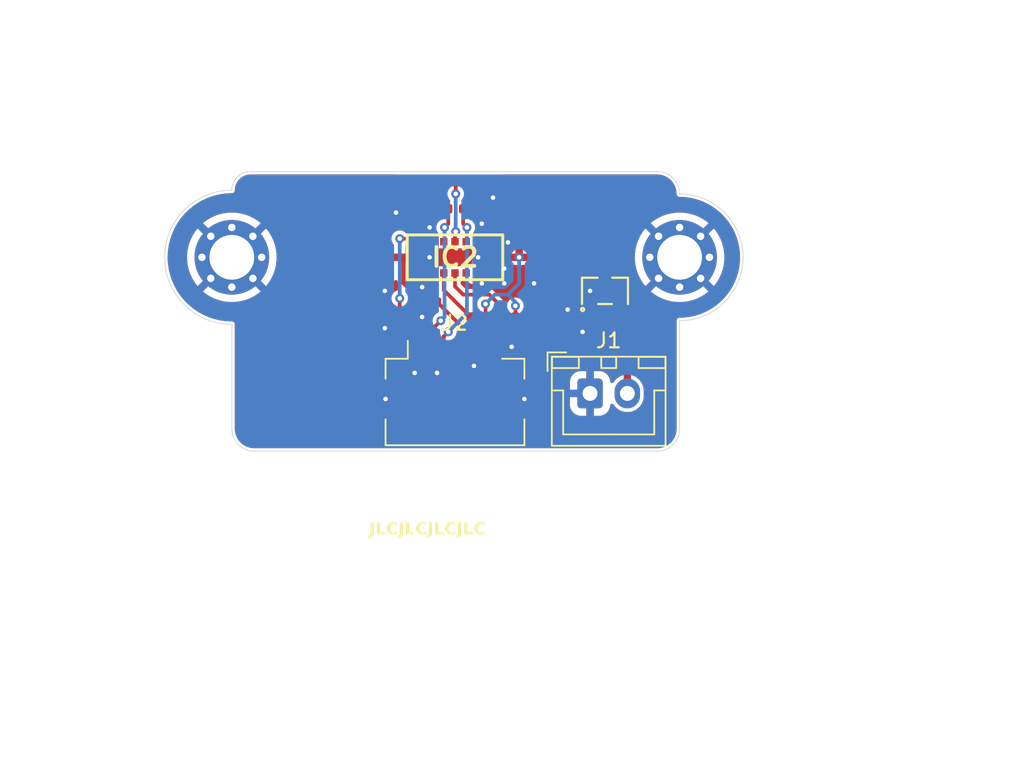
<source format=kicad_pcb>
(kicad_pcb (version 20241229) (generator "pcbnew") (generator_version "9.0")
  (layers (0 "F.Cu" signal) (4 "In1.Cu" signal) (6 "In2.Cu" signal) (2 "B.Cu" signal) (13 "F.Paste" user) (15 "B.Paste" user) (5 "F.SilkS" user "F.Silkscreen") (7 "B.SilkS" user "B.Silkscreen") (1 "F.Mask" user) (3 "B.Mask" user) (25 "Edge.Cuts" user))
  (net 0 "")
  (net 1 "GND")
  (net 2 "Net-(IC2-LPN)")
  (net 3 "+3V3")
  (net 4 "+5V")
  (net 5 "Net-(IC2-INT)")
  (net 6 "Net-(IC2-SDA)")
  (net 7 "Net-(IC2-RSVD6)")
  (net 9 "Net-(IC2-SCL)")
  (net 10 "Net-(IC2-GND_1)")
  (footprint "PCM_JLCPCB:R_0402" (layer "F.Cu") (at 131 38.749998 180)
    (property "Reference" "R8" (hide yes))
    (property "Value" "47kΩ" (hide yes))
    (pad "1" smd roundrect (at -0.5 -0.000002 180) (size 0.56 0.62) (layers "F.Cu" "F.Mask" "F.Paste") (net 3 "+3V3"))
    (pad "2" smd roundrect (at 0.5 0.000002 180) (size 0.56 0.62) (layers "F.Cu" "F.Mask" "F.Paste") (net 2 "Net-(IC2-LPN)"))
  )
  (footprint "PCM_JLCPCB:C_0603" (layer "F.Cu") (at 127.25 38 -90)
    (property "Reference" "C4" (hide yes))
    (property "Value" "4.7uF")
    (pad "1" smd roundrect (at -0.779999 0 270) (size 0.9 0.95) (layers "F.Cu" "F.Mask" "F.Paste") (net 3 "+3V3"))
    (pad "2" smd roundrect (at 0.779999 0 270) (size 0.9 0.95) (layers "F.Cu" "F.Mask" "F.Paste") (net 1 "GND"))
  )
  (footprint "PCM_JLCPCB:C_0603" (layer "F.Cu") (at 137.5 43.5 -90)
    (property "Reference" "C3" (hide yes))
    (property "Value" "10uF")
    (pad "1" smd roundrect (at -0.779999 0 270) (size 0.9 0.95) (layers "F.Cu" "F.Mask" "F.Paste") (net 3 "+3V3"))
    (pad "2" smd roundrect (at 0.779999 0 270) (size 0.9 0.95) (layers "F.Cu" "F.Mask" "F.Paste") (net 1 "GND"))
  )
  (footprint "PCM_JLCPCB:C_0402" (layer "F.Cu") (at 136.25 43.25 -90)
    (property "Reference" "C2" (hide yes))
    (property "Value" "1uF")
    (pad "1" smd roundrect (at -0.5 0.000002 270) (size 0.56 0.62) (layers "F.Cu" "F.Mask" "F.Paste") (net 3 "+3V3"))
    (pad "2" smd roundrect (at 0.5 -0.000002 270) (size 0.56 0.62) (layers "F.Cu" "F.Mask" "F.Paste") (net 1 "GND"))
  )
  (footprint "PCM_JLCPCB:Part_Num_JLCPCB" (layer "F.Cu") (at 128.1 60.25)
    (property "Reference" "PN1" (hide yes))
    (property "Value" "~" (hide yes))
    (fp_text user "JLCJLCJLCJLC" (at 0 0 0) (layer "F.SilkS") (effects (font (size 0.8 0.8) (thickness 0.15) (bold yes))))
  )
  (footprint "PCM_JLCPCB:SOT-23-3_L2.9-W1.6-P1.90-LS2.8-BR" (layer "F.Cu") (at 140 44.25 -90)
    (property "Reference" "U1" (hide yes))
    (property "Value" "XC6206P332MR")
    (fp_line (start -0.88 1.540001) (end -0.88 0.49) (stroke (width 0.15)) (layer "F.SilkS"))
    (fp_line (start 0.879999 1.540001) (end -0.88 1.540001) (stroke (width 0.15)) (layer "F.SilkS"))
    (fp_line (start 0.88 -0.46) (end 0.88 0.46) (stroke (width 0.15)) (layer "F.SilkS"))
    (fp_line (start -0.879999 -1.540001) (end -0.88 -0.49) (stroke (width 0.15)) (layer "F.SilkS"))
    (fp_line (start 0.88 -1.540001) (end -0.879999 -1.540001) (stroke (width 0.15)) (layer "F.SilkS"))
    (fp_circle (center 1.250001 1.500001) (end 1.28 1.500001) (stroke (width 0.15)) (fill no) (layer "F.SilkS"))
    (pad "1" smd roundrect (at 1.240001 0.95 270) (size 1.07 0.6) (layers "F.Cu" "F.Mask" "F.Paste") (net 1 "GND"))
    (pad "2" smd roundrect (at 1.239999 -0.949999 270) (size 1.07 0.6) (layers "F.Cu" "F.Mask" "F.Paste") (net 4 "+5V"))
    (pad "3" smd roundrect (at -1.24 0 270) (size 1.07 0.6) (layers "F.Cu" "F.Mask" "F.Paste") (net 3 "+3V3"))
  )
  (footprint "PCM_JLCPCB:R_0402" (layer "F.Cu") (at 128.25 45)
    (property "Reference" "R4" (hide yes))
    (property "Value" "47kΩ" (hide yes))
    (pad "1" smd roundrect (at -0.5 -0.000001) (size 0.56 0.62) (layers "F.Cu" "F.Mask" "F.Paste") (net 3 "+3V3"))
    (pad "2" smd roundrect (at 0.5 0.000001) (size 0.56 0.62) (layers "F.Cu" "F.Mask" "F.Paste") (net 7 "Net-(IC2-RSVD6)"))
  )
  (footprint "Connector_FFC-FPC:Hirose_FH12-12S-0.5SH_1x12-1MP_P0.50mm_Horizontal" (layer "F.Cu") (at 129.95 50.1)
    (property "Reference" "J2" (at 0 -3.7 0) (layer "F.SilkS"))
    (property "Value" "Conn_01x12_MountingPin")
    (fp_line (start -4.65 -1.3) (end -4.65 0.04) (stroke (width 0.12)) (layer "F.SilkS"))
    (fp_line (start -4.65 2.76) (end -4.65 4.5) (stroke (width 0.12)) (layer "F.SilkS"))
    (fp_line (start -4.65 4.5) (end 4.65 4.5) (stroke (width 0.12)) (layer "F.SilkS"))
    (fp_line (start -3.16 -1.3) (end -4.65 -1.3) (stroke (width 0.12)) (layer "F.SilkS"))
    (fp_line (start -3.16 -1.3) (end -3.16 -2.5) (stroke (width 0.12)) (layer "F.SilkS"))
    (fp_line (start 3.16 -1.3) (end 4.65 -1.3) (stroke (width 0.12)) (layer "F.SilkS"))
    (fp_line (start 4.65 -1.3) (end 4.65 0.04) (stroke (width 0.12)) (layer "F.SilkS"))
    (fp_line (start 4.65 4.5) (end 4.65 2.76) (stroke (width 0.12)) (layer "F.SilkS"))
    (pad "1" smd rect (at -2.75 -1.85) (size 0.3 1.3) (layers "F.Cu" "F.Mask" "F.Paste") (net 1 "GND"))
    (pad "2" smd rect (at -2.25 -1.85) (size 0.3 1.3) (layers "F.Cu" "F.Mask" "F.Paste") (net 10 "Net-(IC2-GND_1)"))
    (pad "3" smd rect (at -1.75 -1.85) (size 0.3 1.3) (layers "F.Cu" "F.Mask" "F.Paste") (net 5 "Net-(IC2-INT)"))
    (pad "4" smd rect (at -1.25 -1.85) (size 0.3 1.3) (layers "F.Cu" "F.Mask" "F.Paste") (net 1 "GND"))
    (pad "5" smd rect (at -0.75 -1.85) (size 0.3 1.3) (layers "F.Cu" "F.Mask" "F.Paste") (net 2 "Net-(IC2-LPN)"))
    (pad "6" smd rect (at -0.25 -1.85) (size 0.3 1.3) (layers "F.Cu" "F.Mask" "F.Paste") (net 4 "+5V"))
    (pad "7" smd rect (at 0.25 -1.85) (size 0.3 1.3) (layers "F.Cu" "F.Mask" "F.Paste") (net 4 "+5V"))
    (pad "8" smd rect (at 0.75 -1.85) (size 0.3 1.3) (layers "F.Cu" "F.Mask" "F.Paste") (net 7 "Net-(IC2-RSVD6)"))
    (pad "9" smd rect (at 1.25 -1.85) (size 0.3 1.3) (layers "F.Cu" "F.Mask" "F.Paste") (net 1 "GND"))
    (pad "10" smd rect (at 1.75 -1.85) (size 0.3 1.3) (layers "F.Cu" "F.Mask" "F.Paste") (net 6 "Net-(IC2-SDA)"))
    (pad "11" smd rect (at 2.25 -1.85) (size 0.3 1.3) (layers "F.Cu" "F.Mask" "F.Paste") (net 9 "Net-(IC2-SCL)"))
    (pad "12" smd rect (at 2.75 -1.85) (size 0.3 1.3) (layers "F.Cu" "F.Mask" "F.Paste") (net 1 "GND"))
    (pad "MP" smd rect (at -4.65 1.4) (size 1.8 2.2) (layers "F.Cu" "F.Mask" "F.Paste") (net 1 "GND"))
    (pad "MP" smd rect (at 4.65 1.4) (size 1.8 2.2) (layers "F.Cu" "F.Mask" "F.Paste") (net 1 "GND"))
  )
  (footprint "PCM_JLCPCB:R_0402" (layer "F.Cu") (at 129 38.75)
    (property "Reference" "R7" (hide yes))
    (property "Value" "47kΩ" (hide yes))
    (pad "1" smd roundrect (at -0.5 0) (size 0.56 0.62) (layers "F.Cu" "F.Mask" "F.Paste") (net 3 "+3V3"))
    (pad "2" smd roundrect (at 0.5 0) (size 0.56 0.62) (layers "F.Cu" "F.Mask" "F.Paste") (net 5 "Net-(IC2-INT)"))
  )
  (footprint "SwiftModules:VL53L5CXV0GC1" (layer "F.Cu") (at 129.95 42 180)
    (property "Reference" "IC2" (at 0 0 180) (layer "F.SilkS") (effects (font (size 1.27 1.27) (thickness 0.254))))
    (property "Value" "VL53L5CXV0GC_1" (hide yes))
    (fp_line (start 3.2 1.501) (end -3.2 1.501) (stroke (width 0.2)) (layer "F.SilkS"))
    (fp_line (start 3.2 -1.502) (end 3.2 1.501) (stroke (width 0.2)) (layer "F.SilkS"))
    (fp_line (start -3.2 1.501) (end -3.2 -1.502) (stroke (width 0.2)) (layer "F.SilkS"))
    (fp_line (start -3.2 -1.502) (end 3.2 -1.502) (stroke (width 0.2)) (layer "F.SilkS"))
    (pad "A1" smd rect (at 2.25 1.05 270) (size 0.5 0.5) (layers "F.Cu" "F.Mask" "F.Paste") (net 10 "Net-(IC2-GND_1)"))
    (pad "A2" smd rect (at 1.5 1.05 270) (size 0.5 0.5) (layers "F.Cu" "F.Mask" "F.Paste") (net 1 "GND"))
    (pad "A3" smd rect (at 0.75 1.05 270) (size 0.5 0.5) (layers "F.Cu" "F.Mask" "F.Paste") (net 5 "Net-(IC2-INT)"))
    (pad "A4" smd rect (at 0 1.05 270) (size 0.5 0.5) (layers "F.Cu" "F.Mask" "F.Paste") (net 3 "+3V3"))
    (pad "A5" smd rect (at -0.75 1.05 270) (size 0.5 0.5) (layers "F.Cu" "F.Mask" "F.Paste") (net 2 "Net-(IC2-LPN)"))
    (pad "A6" smd rect (at -1.5 1.05 270) (size 0.5 0.5) (layers "F.Cu" "F.Mask" "F.Paste") (net 1 "GND"))
    (pad "A7" smd rect (at -2.25 1.05 270) (size 0.5 0.5) (layers "F.Cu" "F.Mask" "F.Paste") (net 1 "GND"))
    (pad "A8" smd rect (at 2.4 0.75 270) (size 0.1 0.2) (layers "F.Cu" "F.Mask" "F.Paste") (net 10 "Net-(IC2-GND_1)"))
    (pad "B1" smd rect (at 2.65 0 270) (size 0.5 0.5) (layers "F.Cu" "F.Mask" "F.Paste") (net 3 "+3V3"))
    (pad "B4" smd rect (at 0 0 270) (size 1.2 2.316) (layers "F.Cu" "F.Mask" "F.Paste") (net 1 "GND"))
    (pad "B7" smd rect (at -2.65 0 270) (size 0.5 0.5) (layers "F.Cu" "F.Mask" "F.Paste") (net 3 "+3V3"))
    (pad "C1" smd rect (at 2.25 -1.05 270) (size 0.5 0.5) (layers "F.Cu" "F.Mask" "F.Paste") (net 1 "GND"))
    (pad "C2" smd rect (at 1.5 -1.05 270) (size 0.5 0.5) (layers "F.Cu" "F.Mask" "F.Paste") (net 7 "Net-(IC2-RSVD6)"))
    (pad "C3" smd rect (at 0.75 -1.05 270) (size 0.5 0.5) (layers "F.Cu" "F.Mask" "F.Paste") (net 6 "Net-(IC2-SDA)"))
    (pad "C4" smd rect (at 0 -1.05 270) (size 0.5 0.5) (layers "F.Cu" "F.Mask" "F.Paste") (net 9 "Net-(IC2-SCL)"))
    (pad "C5" smd rect (at -0.75 -1.05 270) (size 0.5 0.5) (layers "F.Cu" "F.Mask" "F.Paste"))
    (pad "C6" smd rect (at -1.5 -1.05 270) (size 0.5 0.5) (layers "F.Cu" "F.Mask" "F.Paste") (net 1 "GND"))
    (pad "C7" smd rect (at -2.25 -1.05 270) (size 0.5 0.5) (layers "F.Cu" "F.Mask" "F.Paste") (net 1 "GND"))
  )
  (footprint "PCM_JLCPCB:Hole, 3mm" (layer "F.Cu") (at 115 42)
    (property "Reference" "H1" (hide yes))
    (property "Value" "~" (hide yes))
    (pad "1" thru_hole circle (at -2 0 90) (size 0.6 0.6) (drill 0.5) (layers "*.Cu" "*.Mask") (net 1 "GND"))
    (pad "1" thru_hole circle (at -1.41 -1.41 135) (size 0.6 0.6) (drill 0.5) (layers "*.Cu" "*.Mask") (net 1 "GND"))
    (pad "1" thru_hole circle (at -1.41 1.41 225) (size 0.6 0.6) (drill 0.5) (layers "*.Cu" "*.Mask") (net 1 "GND"))
    (pad "1" thru_hole circle (at 0 -2 225) (size 0.6 0.6) (drill 0.5) (layers "*.Cu" "*.Mask") (net 1 "GND"))
    (pad "1" thru_hole circle (at 0 0 90) (size 5 5) (drill 3) (layers "*.Cu" "*.Mask") (net 1 "GND"))
    (pad "1" thru_hole circle (at 0 2 90) (size 0.6 0.6) (drill 0.5) (layers "*.Cu" "*.Mask") (net 1 "GND"))
    (pad "1" thru_hole circle (at 1.41 -1.41 180) (size 0.6 0.6) (drill 0.5) (layers "*.Cu" "*.Mask") (net 1 "GND"))
    (pad "1" thru_hole circle (at 1.41 1.41 90) (size 0.6 0.6) (drill 0.5) (layers "*.Cu" "*.Mask") (net 1 "GND"))
    (pad "1" thru_hole circle (at 2 0 90) (size 0.6 0.6) (drill 0.5) (layers "*.Cu" "*.Mask") (net 1 "GND"))
  )
  (footprint "Connector_JST:JST_XH_B2B-XH-A_1x02_P2.50mm_Vertical" (layer "F.Cu") (at 139 51.125)
    (property "Reference" "J1" (at 1.249999 -3.550001 0) (layer "F.SilkS"))
    (property "Value" "5V_In")
    (fp_line (start -2.849999 -2.750002) (end -2.85 -1.5) (stroke (width 0.12)) (layer "F.SilkS"))
    (fp_line (start -2.56 -2.46) (end -2.56 3.51) (stroke (width 0.12)) (layer "F.SilkS"))
    (fp_line (start -2.56 3.51) (end 5.06 3.510001) (stroke (width 0.12)) (layer "F.SilkS"))
    (fp_line (start -2.55 -2.45) (end -2.549999 -1.7) (stroke (width 0.12)) (layer "F.SilkS"))
    (fp_line (start -2.55 -0.2) (end -1.8 -0.199999) (stroke (width 0.12)) (layer "F.SilkS"))
    (fp_line (start -2.549999 -1.7) (end -0.749999 -1.7) (stroke (width 0.12)) (layer "F.SilkS"))
    (fp_line (start -1.8 -0.199999) (end -1.8 2.75) (stroke (width 0.12)) (layer "F.SilkS"))
    (fp_line (start -1.8 2.75) (end 1.25 2.75) (stroke (width 0.12)) (layer "F.SilkS"))
    (fp_line (start -1.6 -2.75) (end -2.849999 -2.750002) (stroke (width 0.12)) (layer "F.SilkS"))
    (fp_line (start -0.75 -2.45) (end -2.55 -2.45) (stroke (width 0.12)) (layer "F.SilkS"))
    (fp_line (start -0.749999 -1.7) (end -0.75 -2.45) (stroke (width 0.12)) (layer "F.SilkS"))
    (fp_line (start 0.75 -2.450003) (end 0.750001 -1.700001) (stroke (width 0.12)) (layer "F.SilkS"))
    (fp_line (start 0.750001 -1.700001) (end 1.75 -1.700001) (stroke (width 0.12)) (layer "F.SilkS"))
    (fp_line (start 1.75 -1.700001) (end 1.750002 -2.450001) (stroke (width 0.12)) (layer "F.SilkS"))
    (fp_line (start 1.750002 -2.450001) (end 0.75 -2.450003) (stroke (width 0.12)) (layer "F.SilkS"))
    (fp_line (start 3.249999 -2.449999) (end 3.25 -1.7) (stroke (width 0.12)) (layer "F.SilkS"))
    (fp_line (start 3.25 -1.7) (end 5.050001 -1.700001) (stroke (width 0.12)) (layer "F.SilkS"))
    (fp_line (start 4.3 -0.2) (end 4.3 2.75) (stroke (width 0.12)) (layer "F.SilkS"))
    (fp_line (start 4.3 2.75) (end 1.25 2.75) (stroke (width 0.12)) (layer "F.SilkS"))
    (fp_line (start 5.05 -2.45) (end 3.249999 -2.449999) (stroke (width 0.12)) (layer "F.SilkS"))
    (fp_line (start 5.05 -0.2) (end 4.3 -0.2) (stroke (width 0.12)) (layer "F.SilkS"))
    (fp_line (start 5.050001 -1.700001) (end 5.05 -2.45) (stroke (width 0.12)) (layer "F.SilkS"))
    (fp_line (start 5.06 -2.459999) (end -2.56 -2.46) (stroke (width 0.12)) (layer "F.SilkS"))
    (fp_line (start 5.06 3.510001) (end 5.06 -2.459999) (stroke (width 0.12)) (layer "F.SilkS"))
    (pad "1" thru_hole roundrect (at 0 0) (size 1.7 2) (drill 1) (layers "*.Cu" "*.Mask") (roundrect_rratio 0.147059) (net 1 "GND"))
    (pad "2" thru_hole oval (at 2.5 0.000001) (size 1.7 2) (drill 1) (layers "*.Cu" "*.Mask") (net 4 "+5V"))
  )
  (footprint "PCM_JLCPCB:R_0402" (layer "F.Cu") (at 133.5 45.999998 180)
    (property "Reference" "R2" (hide yes))
    (property "Value" "2.2kΩ" (hide yes))
    (pad "1" smd roundrect (at -0.5 -0.000002 180) (size 0.56 0.62) (layers "F.Cu" "F.Mask" "F.Paste") (net 3 "+3V3"))
    (pad "2" smd roundrect (at 0.5 0.000002 180) (size 0.56 0.62) (layers "F.Cu" "F.Mask" "F.Paste") (net 9 "Net-(IC2-SCL)"))
  )
  (footprint "PCM_JLCPCB:C_0402" (layer "F.Cu") (at 140 47 180)
    (property "Reference" "C1" (hide yes))
    (property "Value" "1uF")
    (pad "1" smd roundrect (at -0.5 -0.000002 180) (size 0.56 0.62) (layers "F.Cu" "F.Mask" "F.Paste") (net 4 "+5V"))
    (pad "2" smd roundrect (at 0.5 0.000002 180) (size 0.56 0.62) (layers "F.Cu" "F.Mask" "F.Paste") (net 1 "GND"))
  )
  (footprint "PCM_JLCPCB:C_0402" (layer "F.Cu") (at 125.25 42.5 -90)
    (property "Reference" "C5" (hide yes))
    (property "Value" "100nF")
    (pad "1" smd roundrect (at -0.5 0.000002 270) (size 0.56 0.62) (layers "F.Cu" "F.Mask" "F.Paste") (net 3 "+3V3"))
    (pad "2" smd roundrect (at 0.5 -0.000002 270) (size 0.56 0.62) (layers "F.Cu" "F.Mask" "F.Paste") (net 1 "GND"))
  )
  (footprint "PCM_JLCPCB:R_0402" (layer "F.Cu") (at 125.75 45.750002 180)
    (property "Reference" "R9" (hide yes))
    (property "Value" "47kΩ" (hide yes))
    (pad "1" smd roundrect (at -0.5 -0.000002 180) (size 0.56 0.62) (layers "F.Cu" "F.Mask" "F.Paste") (net 10 "Net-(IC2-GND_1)"))
    (pad "2" smd roundrect (at 0.5 0.000002 180) (size 0.56 0.62) (layers "F.Cu" "F.Mask" "F.Paste") (net 1 "GND"))
  )
  (footprint "PCM_JLCPCB:R_0402" (layer "F.Cu") (at 131.5 46 180)
    (property "Reference" "R1" (hide yes))
    (property "Value" "2.2kΩ" (hide yes))
    (pad "1" smd roundrect (at -0.5 -0.000001 180) (size 0.56 0.62) (layers "F.Cu" "F.Mask" "F.Paste") (net 3 "+3V3"))
    (pad "2" smd roundrect (at 0.5 0.000001 180) (size 0.56 0.62) (layers "F.Cu" "F.Mask" "F.Paste") (net 6 "Net-(IC2-SDA)"))
  )
  (footprint "PCM_JLCPCB:Hole, 3mm" (layer "F.Cu") (at 145 42)
    (property "Reference" "H2" (hide yes))
    (property "Value" "~" (hide yes))
    (pad "1" thru_hole circle (at -2 0 90) (size 0.6 0.6) (drill 0.5) (layers "*.Cu" "*.Mask") (net 1 "GND"))
    (pad "1" thru_hole circle (at -1.41 -1.41 135) (size 0.6 0.6) (drill 0.5) (layers "*.Cu" "*.Mask") (net 1 "GND"))
    (pad "1" thru_hole circle (at -1.41 1.41 225) (size 0.6 0.6) (drill 0.5) (layers "*.Cu" "*.Mask") (net 1 "GND"))
    (pad "1" thru_hole circle (at 0 -2 225) (size 0.6 0.6) (drill 0.5) (layers "*.Cu" "*.Mask") (net 1 "GND"))
    (pad "1" thru_hole circle (at 0 0 90) (size 5 5) (drill 3) (layers "*.Cu" "*.Mask") (net 1 "GND"))
    (pad "1" thru_hole circle (at 0 2 90) (size 0.6 0.6) (drill 0.5) (layers "*.Cu" "*.Mask") (net 1 "GND"))
    (pad "1" thru_hole circle (at 1.41 -1.41 180) (size 0.6 0.6) (drill 0.5) (layers "*.Cu" "*.Mask") (net 1 "GND"))
    (pad "1" thru_hole circle (at 1.41 1.41 90) (size 0.6 0.6) (drill 0.5) (layers "*.Cu" "*.Mask") (net 1 "GND"))
    (pad "1" thru_hole circle (at 2 0 90) (size 0.6 0.6) (drill 0.5) (layers "*.Cu" "*.Mask") (net 1 "GND"))
  )
  (gr_arc (start 116.5 55) (mid 115.43934 54.56066) (end 115 53.5) (stroke (width 0.05)) (layer "Edge.Cuts"))
  (gr_line (start 143.5 55) (end 116.5 55) (stroke (width 0.05)) (layer "Edge.Cuts"))
  (gr_line (start 116.25 36.25) (end 143.5 36.25) (stroke (width 0.05)) (layer "Edge.Cuts"))
  (gr_line (start 115 46.5) (end 115 53.5) (stroke (width 0.05)) (layer "Edge.Cuts"))
  (gr_line (start 145 46.25) (end 145 53.5) (stroke (width 0.05)) (layer "Edge.Cuts"))
  (gr_arc (start 143.5 36.25) (mid 144.56066 36.68934) (end 145 37.75) (stroke (width 0.05)) (layer "Edge.Cuts"))
  (gr_arc (start 115 37.5) (mid 115.366117 36.616117) (end 116.25 36.25) (stroke (width 0.05)) (layer "Edge.Cuts"))
  (gr_arc (start 115 46.5) (mid 110.5 42) (end 115 37.5) (stroke (width 0.05)) (layer "Edge.Cuts"))
  (gr_arc (start 145 53.5) (mid 144.56066 54.56066) (end 143.5 55) (stroke (width 0.05)) (layer "Edge.Cuts"))
  (gr_arc (start 145 37.75) (mid 149.25 42) (end 145 46.25) (stroke (width 0.05)) (layer "Edge.Cuts"))
  (segment (start 128.7 49.7) (end 128.75 49.75) (width 0.25) (layer "F.Cu") (net 1))
  (segment (start 139.5 45.940001) (end 139.05 45.490001) (width 0.5) (layer "F.Cu") (net 1))
  (segment (start 133.5 48.25) (end 133.75 48) (width 0.25) (layer "F.Cu") (net 1))
  (segment (start 127.2 48.25) (end 127.2 49.7) (width 0.25) (layer "F.Cu") (net 1))
  (segment (start 127.2 49.7) (end 127.25 49.75) (width 0.25) (layer "F.Cu") (net 1))
  (segment (start 128.7 48.25) (end 128.7 49.7) (width 0.25) (layer "F.Cu") (net 1))
  (segment (start 139.5 46.999998) (end 139.5 45.940001) (width 0.5) (layer "F.Cu") (net 1))
  (segment (start 132.7 48.25) (end 133.5 48.25) (width 0.25) (layer "F.Cu") (net 1))
  (segment (start 131.2 48.25) (end 131.2 49.255025) (width 0.25) (layer "F.Cu") (net 1))
  (segment (start 131.2 49.255025) (end 131.224604 49.279629) (width 0.25) (layer "F.Cu") (net 1))
  (via (at 128.75 49.75) (size 0.6) (drill 0.3) (layers "F.Cu" "B.Cu") (net 1))
  (via (at 135.25 43.75) (size 0.6) (drill 0.3) (layers "F.Cu" "B.Cu") (net 1))
  (via (at 126 39) (size 0.6) (drill 0.3) (layers "F.Cu" "B.Cu") (net 1))
  (via (at 139 44.25) (size 0.6) (drill 0.3) (layers "F.Cu" "B.Cu") (net 1))
  (via (at 125.25 44.25) (size 0.6) (drill 0.3) (layers "F.Cu" "B.Cu") (net 1))
  (via (at 133.25 42.75) (size 0.6) (drill 0.3) (layers "F.Cu" "B.Cu") (net 1))
  (via (at 125.25 46.75) (size 0.6) (drill 0.3) (layers "F.Cu" "B.Cu") (net 1))
  (via (at 131.5 42) (size 0.6) (drill 0.3) (layers "F.Cu" "B.Cu") (net 1))
  (via (at 131.224604 49.279629) (size 0.6) (drill 0.3) (layers "F.Cu" "B.Cu") (net 1))
  (via (at 133.25 43.75) (size 0.6) (drill 0.3) (layers "F.Cu" "B.Cu") (net 1))
  (via (at 137.5 45.5) (size 0.6) (drill 0.3) (layers "F.Cu" "B.Cu") (net 1))
  (via (at 133.75 48) (size 0.6) (drill 0.3) (layers "F.Cu" "B.Cu") (net 1))
  (via (at 138.5 47) (size 0.6) (drill 0.3) (layers "F.Cu" "B.Cu") (net 1))
  (via (at 132.5 38) (size 0.6) (drill 0.3) (layers "F.Cu" "B.Cu") (net 1))
  (via (at 127.25 49.75) (size 0.6) (drill 0.3) (layers "F.Cu" "B.Cu") (net 1))
  (via (at 131.75 39.75) (size 0.6) (drill 0.3) (layers "F.Cu" "B.Cu") (net 1))
  (via (at 133.5 41) (size 0.6) (drill 0.3) (layers "F.Cu" "B.Cu") (net 1))
  (via (at 134.6 51.5) (size 0.6) (drill 0.3) (layers "F.Cu" "B.Cu") (net 1))
  (via (at 127.75 44) (size 0.6) (drill 0.3) (layers "F.Cu" "B.Cu") (net 1))
  (via (at 131.75 43.75) (size 0.6) (drill 0.3) (layers "F.Cu" "B.Cu") (net 1))
  (via (at 128.25 42) (size 0.6) (drill 0.3) (layers "F.Cu" "B.Cu") (net 1))
  (via (at 128.25 40) (size 0.6) (drill 0.3) (layers "F.Cu" "B.Cu") (net 1))
  (via (at 127.75 46) (size 0.6) (drill 0.3) (layers "F.Cu" "B.Cu") (net 1))
  (via (at 125.3 51.5) (size 0.6) (drill 0.3) (layers "F.Cu" "B.Cu") (net 1))
  (segment (start 130.5 38.749996) (end 130.5 39.75) (width 0.25) (layer "F.Cu") (net 2))
  (segment (start 130.5 39.75) (end 130.75 40) (width 0.25) (layer "F.Cu") (net 2))
  (segment (start 129.2 48.25) (end 129.2 47.3) (width 0.25) (layer "F.Cu") (net 2))
  (segment (start 130.75 40.9) (end 130.7 40.95) (width 0.25) (layer "F.Cu") (net 2))
  (segment (start 130.75 40) (end 130.75 40.9) (width 0.25) (layer "F.Cu") (net 2))
  (segment (start 129.2 47.3) (end 129.5 47) (width 0.25) (layer "F.Cu") (net 2))
  (via (at 129.5 47) (size 0.6) (drill 0.3) (layers "F.Cu" "B.Cu") (net 2))
  (via (at 130.75 40) (size 0.6) (drill 0.3) (layers "F.Cu" "B.Cu") (net 2))
  (segment (start 129.5 47) (end 130.75 45.75) (width 0.25) (layer "B.Cu") (net 2))
  (segment (start 130.75 45.75) (end 130.75 40) (width 0.25) (layer "B.Cu") (net 2))
  (segment (start 126.25 42) (end 127.3 42) (width 0.5) (layer "F.Cu") (net 3))
  (segment (start 135.499998 42) (end 136.249998 42.75) (width 0.5) (layer "F.Cu") (net 3))
  (segment (start 137.789999 43.01) (end 137.5 42.720001) (width 0.5) (layer "F.Cu") (net 3))
  (segment (start 130 37) (end 128.5 37) (width 0.5) (layer "F.Cu") (net 3))
  (segment (start 131.5 37) (end 130 37) (width 0.5) (layer "F.Cu") (net 3))
  (segment (start 129.95 40.328389) (end 129.999998 40.278391) (width 0.25) (layer "F.Cu") (net 3))
  (segment (start 132.6 42) (end 134.25 42) (width 0.5) (layer "F.Cu") (net 3))
  (segment (start 132 46.000001) (end 132 45.133884) (width 0.25) (layer "F.Cu") (net 3))
  (segment (start 134.25 42) (end 134.25 38.5) (width 0.5) (layer "F.Cu") (net 3))
  (segment (start 125.25 41.125) (end 125.249998 41.125002) (width 0.5) (layer "F.Cu") (net 3))
  (segment (start 125.249998 42) (end 126.25 42) (width 0.5) (layer "F.Cu") (net 3))
  (segment (start 126.5 37) (end 125.25 38.25) (width 0.5) (layer "F.Cu") (net 3))
  (segment (start 128.5 37) (end 128.5 38.75) (width 0.5) (layer "F.Cu") (net 3))
  (segment (start 131.5 37) (end 131.5 38.75) (width 0.5) (layer "F.Cu") (net 3))
  (segment (start 126.5 42.25) (end 126.25 42) (width 0.25) (layer "F.Cu") (net 3))
  (segment (start 140 43.01) (end 137.789999 43.01) (width 0.5) (layer "F.Cu") (net 3))
  (segment (start 134.25 38.5) (end 132.75 37) (width 0.5) (layer "F.Cu") (net 3))
  (segment (start 129.95 40.95) (end 129.95 40.328389) (width 0.25) (layer "F.Cu") (net 3))
  (segment (start 130 37.75) (end 130 37) (width 0.25) (layer "F.Cu") (net 3))
  (segment (start 132 45.133884) (end 131.995558 45.129442) (width 0.25) (layer "F.Cu") (net 3))
  (segment (start 136.249998 42.75) (end 137.470001 42.75) (width 0.5) (layer "F.Cu") (net 3))
  (segment (start 134 46) (end 134 45.25) (width 0.25) (layer "F.Cu") (net 3))
  (segment (start 125.249998 41.125002) (end 125.249998 42) (width 0.5) (layer "F.Cu") (net 3))
  (segment (start 137.470001 42.75) (end 137.5 42.720001) (width 0.5) (layer "F.Cu") (net 3))
  (segment (start 134.25 42) (end 135.499998 42) (width 0.5) (layer "F.Cu") (net 3))
  (segment (start 126.5 43.749999) (end 126.5 42.25) (width 0.25) (layer "F.Cu") (net 3))
  (segment (start 128.5 37) (end 126.5 37) (width 0.5) (layer "F.Cu") (net 3))
  (segment (start 132.75 37) (end 131.5 37) (width 0.5) (layer "F.Cu") (net 3))
  (segment (start 127.75 44.999999) (end 126.5 43.749999) (width 0.25) (layer "F.Cu") (net 3))
  (segment (start 125.25 38.25) (end 125.25 41.125) (width 0.5) (layer "F.Cu") (net 3))
  (via (at 131.995558 45.129442) (size 0.6) (drill 0.3) (layers "F.Cu" "B.Cu") (net 3))
  (via (at 130 37.75) (size 0.6) (drill 0.3) (layers "F.Cu" "B.Cu") (net 3))
  (via (at 129.999998 40.278391) (size 0.6) (drill 0.3) (layers "F.Cu" "B.Cu") (net 3))
  (via (at 134 45.25) (size 0.6) (drill 0.3) (layers "F.Cu" "B.Cu") (net 3))
  (via (at 134.25 42) (size 0.6) (drill 0.3) (layers "F.Cu" "B.Cu") (net 3))
  (segment (start 131.995558 45.129442) (end 132.625 44.5) (width 0.25) (layer "B.Cu") (net 3))
  (segment (start 134.25 43.75) (end 134.25 42) (width 0.25) (layer "B.Cu") (net 3))
  (segment (start 129.999998 40.278391) (end 129.999998 37.750002) (width 0.25) (layer "B.Cu") (net 3))
  (segment (start 129.999998 37.750002) (end 130 37.75) (width 0.25) (layer "B.Cu") (net 3))
  (segment (start 134 45) (end 133.5 44.5) (width 0.25) (layer "B.Cu") (net 3))
  (segment (start 132.625 44.5) (end 133.5 44.5) (width 0.25) (layer "B.Cu") (net 3))
  (segment (start 134 45.25) (end 134 45) (width 0.25) (layer "B.Cu") (net 3))
  (segment (start 133.5 44.5) (end 134.25 43.75) (width 0.25) (layer "B.Cu") (net 3))
  (segment (start 140.5 45.939998) (end 140.949999 45.489999) (width 0.5) (layer "F.Cu") (net 4))
  (segment (start 130.75 50.25) (end 130 49.5) (width 0.5) (layer "F.Cu") (net 4))
  (segment (start 140.5 47.000002) (end 140.5 45.939998) (width 0.5) (layer "F.Cu") (net 4))
  (segment (start 141.5 51.125001) (end 141.5 48.75) (width 0.5) (layer "F.Cu") (net 4))
  (segment (start 134.25 48.75) (end 132.75 50.25) (width 0.5) (layer "F.Cu") (net 4))
  (segment (start 141.5 48.000002) (end 140.5 47.000002) (width 0.5) (layer "F.Cu") (net 4))
  (segment (start 132.75 50.25) (end 130.75 50.25) (width 0.5) (layer "F.Cu") (net 4))
  (segment (start 141.5 48.75) (end 141.5 48.000002) (width 0.5) (layer "F.Cu") (net 4))
  (segment (start 141.5 48.75) (end 134.25 48.75) (width 0.5) (layer "F.Cu") (net 4))
  (segment (start 128.2 47.05) (end 129 46.25) (width 0.25) (layer "F.Cu") (net 5))
  (segment (start 128.2 48.25) (end 128.2 47.05) (width 0.25) (layer "F.Cu") (net 5))
  (segment (start 129.25 40) (end 129.25 40.9) (width 0.25) (layer "F.Cu") (net 5))
  (segment (start 129.5 38.75) (end 129.5 39.75) (width 0.25) (layer "F.Cu") (net 5))
  (segment (start 129.5 39.75) (end 129.25 40) (width 0.25) (layer "F.Cu") (net 5))
  (segment (start 129.25 40.9) (end 129.2 40.95) (width 0.25) (layer "F.Cu") (net 5))
  (via (at 129 46.25) (size 0.6) (drill 0.3) (layers "F.Cu" "B.Cu") (net 5))
  (via (at 129.25 40) (size 0.6) (drill 0.3) (layers "F.Cu" "B.Cu") (net 5))
  (segment (start 129 46.25) (end 129.25 46) (width 0.25) (layer "B.Cu") (net 5))
  (segment (start 129.25 46) (end 129.25 40) (width 0.25) (layer "B.Cu") (net 5))
  (segment (start 129.2 44.2) (end 129.2 43.05) (width 0.25) (layer "F.Cu") (net 6))
  (segment (start 131.7 48.25) (end 131.7 46.7) (width 0.25) (layer "F.Cu") (net 6))
  (segment (start 131.7 46.7) (end 129.2 44.2) (width 0.25) (layer "F.Cu") (net 6))
  (segment (start 128.45 44.7) (end 128.45 43.05) (width 0.25) (layer "F.Cu") (net 7))
  (segment (start 130.7 46.95) (end 128.45 44.7) (width 0.25) (layer "F.Cu") (net 7))
  (segment (start 130.7 48.25) (end 130.7 46.95) (width 0.25) (layer "F.Cu") (net 7))
  (segment (start 133 45.25) (end 132.25 44.5) (width 0.25) (layer "F.Cu") (net 9))
  (segment (start 130.5 44.5) (end 129.95 43.95) (width 0.25) (layer "F.Cu") (net 9))
  (segment (start 129.95 43.95) (end 129.95 43.05) (width 0.25) (layer "F.Cu") (net 9))
  (segment (start 133 46.5) (end 133 45.25) (width 0.25) (layer "F.Cu") (net 9))
  (segment (start 132.2 48.25) (end 132.2 47.3) (width 0.25) (layer "F.Cu") (net 9))
  (segment (start 132.2 47.3) (end 133 46.5) (width 0.25) (layer "F.Cu") (net 9))
  (segment (start 132.25 44.5) (end 130.5 44.5) (width 0.25) (layer "F.Cu") (net 9))
  (segment (start 126.75 40.75) (end 127.576 40.75) (width 0.25) (layer "F.Cu") (net 10))
  (segment (start 126.25 45.625) (end 127.7 47.075) (width 0.25) (layer "F.Cu") (net 10))
  (segment (start 126.25 44.75) (end 126.25 45.625) (width 0.25) (layer "F.Cu") (net 10))
  (segment (start 127.576 40.75) (end 127.7 40.874) (width 0.25) (layer "F.Cu") (net 10))
  (segment (start 126.25 40.75) (end 127.5 40.75) (width 0.25) (layer "F.Cu") (net 10))
  (segment (start 127.5 40.75) (end 127.7 40.95) (width 0.25) (layer "F.Cu") (net 10))
  (segment (start 127.7 47.075) (end 127.7 48.25) (width 0.25) (layer "F.Cu") (net 10))
  (via (at 126.25 44.75) (size 0.6) (drill 0.3) (layers "F.Cu" "B.Cu") (net 10))
  (via (at 126.25 40.75) (size 0.6) (drill 0.3) (layers "F.Cu" "B.Cu") (net 10))
  (segment (start 126.25 44.75) (end 126.25 40.75) (width 0.25) (layer "B.Cu") (net 10))
  (zone (net 4) (net_name "+5V") (layer "F.Cu") (priority 1) (connect_pads (clearance 0.25)) (min_thickness 0.25) (fill yes (thermal_gap 0.5) (thermal_bridge_width 0.5) (island_removal_mode 2) (island_area_min 10))
    (polygon (pts (xy 129.5 47.5) (xy 130.5 47.5) (xy 130.5 50) (xy 129.5 50)))
  )
  (zone (net 1) (net_name "GND") (layers "F.Cu" "B.Cu" "In1.Cu" "In2.Cu") (connect_pads (clearance 0.25)) (min_thickness 0.25) (fill yes (thermal_gap 0.5) (thermal_bridge_width 0.5) (island_removal_mode 2) (island_area_min 10))
    (polygon (pts (xy 144.75 24.75) (xy 100.872278 29.687109) (xy 99.46809 74.621172) (xy 156 76) (xy 168.085427 44.577891)))
  )
)
</source>
